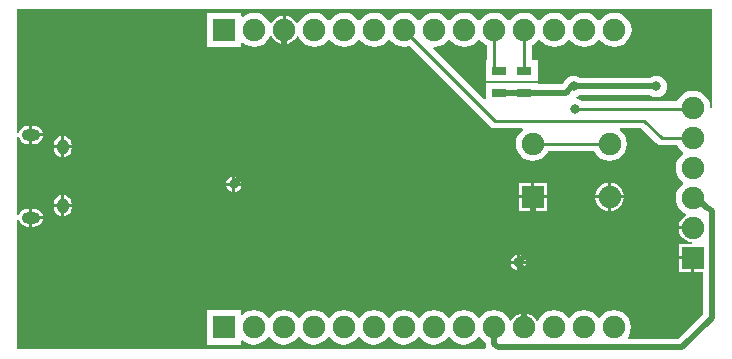
<source format=gbl>
G04*
G04 #@! TF.GenerationSoftware,Altium Limited,Altium Designer,20.0.2 (26)*
G04*
G04 Layer_Physical_Order=2*
G04 Layer_Color=16711680*
%FSLAX44Y44*%
%MOMM*%
G71*
G01*
G75*
%ADD24R,1.3000X0.7000*%
%ADD52C,0.2500*%
%ADD54C,0.5000*%
%ADD55R,1.9000X1.9000*%
%ADD56C,1.9000*%
%ADD57R,1.9000X1.9000*%
%ADD58O,1.0000X1.3000*%
%ADD59O,1.5500X1.0000*%
%ADD60C,0.8000*%
G36*
X593882Y209979D02*
X592612Y209896D01*
X592127Y213585D01*
X590666Y217113D01*
X588341Y220142D01*
X585312Y222466D01*
X581785Y223927D01*
X578000Y224425D01*
X574215Y223927D01*
X570687Y222466D01*
X567659Y220142D01*
X565334Y217113D01*
X564613Y215372D01*
X484454D01*
X484419Y215419D01*
X482539Y216861D01*
X480350Y217768D01*
X479157Y217925D01*
Y219206D01*
X479350Y219232D01*
X481539Y220138D01*
X481926Y220435D01*
X542074D01*
X542461Y220138D01*
X544650Y219232D01*
X547000Y218922D01*
X549350Y219232D01*
X551539Y220138D01*
X553419Y221581D01*
X554861Y223461D01*
X555768Y225651D01*
X556078Y228000D01*
X555768Y230350D01*
X554861Y232539D01*
X553419Y234419D01*
X551539Y235861D01*
X549350Y236768D01*
X547000Y237078D01*
X544650Y236768D01*
X542461Y235861D01*
X542074Y235565D01*
X481926D01*
X481539Y235861D01*
X479350Y236768D01*
X477000Y237078D01*
X474650Y236768D01*
X472461Y235861D01*
X470581Y234419D01*
X469139Y232539D01*
X468657Y231376D01*
X467346Y230065D01*
X446500D01*
Y231000D01*
X402500D01*
Y217771D01*
X401327Y217285D01*
X358367Y260245D01*
X358737Y260997D01*
X359029Y261379D01*
X362785Y261873D01*
X366313Y263334D01*
X369342Y265658D01*
X370900Y267689D01*
X372500D01*
X374058Y265658D01*
X377087Y263334D01*
X380615Y261873D01*
X384400Y261375D01*
X388185Y261873D01*
X391713Y263334D01*
X394742Y265658D01*
X396300Y267689D01*
X397900D01*
X399459Y265658D01*
X402487Y263334D01*
X403428Y262945D01*
Y250000D01*
X402500D01*
Y233000D01*
X446500D01*
Y250000D01*
X441572D01*
Y262945D01*
X442513Y263334D01*
X445541Y265658D01*
X447100Y267689D01*
X448700D01*
X450258Y265658D01*
X453287Y263334D01*
X456815Y261873D01*
X460600Y261375D01*
X464385Y261873D01*
X467913Y263334D01*
X470942Y265658D01*
X472500Y267689D01*
X474100D01*
X475658Y265658D01*
X478687Y263334D01*
X482215Y261873D01*
X486000Y261375D01*
X489785Y261873D01*
X493313Y263334D01*
X496342Y265658D01*
X497900Y267689D01*
X499500D01*
X501059Y265658D01*
X504087Y263334D01*
X507615Y261873D01*
X511400Y261375D01*
X515185Y261873D01*
X518713Y263334D01*
X521741Y265658D01*
X524066Y268687D01*
X525527Y272215D01*
X526025Y276000D01*
X525527Y279785D01*
X524066Y283312D01*
X521741Y286341D01*
X518713Y288666D01*
X515185Y290127D01*
X511400Y290625D01*
X507615Y290127D01*
X504087Y288666D01*
X501059Y286341D01*
X499500Y284311D01*
X497900D01*
X496342Y286341D01*
X493313Y288666D01*
X489785Y290127D01*
X486000Y290625D01*
X482215Y290127D01*
X478687Y288666D01*
X475658Y286341D01*
X474100Y284311D01*
X472500D01*
X470942Y286341D01*
X467913Y288666D01*
X464385Y290127D01*
X460600Y290625D01*
X456815Y290127D01*
X453287Y288666D01*
X450258Y286341D01*
X448700Y284311D01*
X447100D01*
X445541Y286341D01*
X442513Y288666D01*
X438985Y290127D01*
X435200Y290625D01*
X431415Y290127D01*
X427887Y288666D01*
X424859Y286341D01*
X423300Y284311D01*
X421700D01*
X420141Y286341D01*
X417113Y288666D01*
X413585Y290127D01*
X409800Y290625D01*
X406015Y290127D01*
X402487Y288666D01*
X399459Y286341D01*
X397900Y284311D01*
X396300D01*
X394742Y286341D01*
X391713Y288666D01*
X388185Y290127D01*
X384400Y290625D01*
X380615Y290127D01*
X377087Y288666D01*
X374058Y286341D01*
X372500Y284311D01*
X370900D01*
X369342Y286341D01*
X366313Y288666D01*
X362785Y290127D01*
X359000Y290625D01*
X355215Y290127D01*
X351687Y288666D01*
X348658Y286341D01*
X347100Y284311D01*
X345500D01*
X343941Y286341D01*
X340913Y288666D01*
X337385Y290127D01*
X333600Y290625D01*
X329815Y290127D01*
X326287Y288666D01*
X323259Y286341D01*
X321700Y284311D01*
X320100D01*
X318542Y286341D01*
X315513Y288666D01*
X311985Y290127D01*
X308200Y290625D01*
X304415Y290127D01*
X300887Y288666D01*
X297859Y286341D01*
X296300Y284311D01*
X294700D01*
X293141Y286341D01*
X290113Y288666D01*
X286585Y290127D01*
X282800Y290625D01*
X279015Y290127D01*
X275487Y288666D01*
X272458Y286341D01*
X270900Y284311D01*
X269300D01*
X267742Y286341D01*
X264713Y288666D01*
X261185Y290127D01*
X257400Y290625D01*
X253615Y290127D01*
X250087Y288666D01*
X247059Y286341D01*
X244734Y283312D01*
X244004Y281549D01*
X242734D01*
X242517Y282072D01*
X240587Y284587D01*
X238072Y286517D01*
X235143Y287730D01*
X233270Y287977D01*
Y276000D01*
Y264023D01*
X235143Y264270D01*
X238072Y265483D01*
X240587Y267413D01*
X242517Y269928D01*
X242734Y270451D01*
X244004D01*
X244734Y268687D01*
X247059Y265658D01*
X250087Y263334D01*
X253615Y261873D01*
X257400Y261375D01*
X261185Y261873D01*
X264713Y263334D01*
X267742Y265658D01*
X269300Y267689D01*
X270900D01*
X272458Y265658D01*
X275487Y263334D01*
X279015Y261873D01*
X282800Y261375D01*
X286585Y261873D01*
X290113Y263334D01*
X293141Y265658D01*
X294700Y267689D01*
X296300D01*
X297859Y265658D01*
X300887Y263334D01*
X304415Y261873D01*
X308200Y261375D01*
X311985Y261873D01*
X315513Y263334D01*
X318542Y265658D01*
X320100Y267689D01*
X321700D01*
X323259Y265658D01*
X326287Y263334D01*
X329815Y261873D01*
X333600Y261375D01*
X337385Y261873D01*
X338325Y262263D01*
X406094Y194494D01*
X408161Y193113D01*
X410600Y192628D01*
X433703D01*
X434134Y191358D01*
X432159Y189841D01*
X429834Y186813D01*
X428373Y183285D01*
X427875Y179500D01*
X428373Y175715D01*
X429834Y172187D01*
X432159Y169158D01*
X435187Y166834D01*
X438715Y165373D01*
X442500Y164875D01*
X446285Y165373D01*
X449813Y166834D01*
X452841Y169158D01*
X455166Y172187D01*
X455555Y173128D01*
X494445D01*
X494834Y172188D01*
X497159Y169158D01*
X500187Y166834D01*
X503715Y165373D01*
X507500Y164875D01*
X511285Y165373D01*
X514813Y166834D01*
X517841Y169158D01*
X520166Y172188D01*
X521627Y175715D01*
X522125Y179500D01*
X521627Y183285D01*
X520166Y186812D01*
X517841Y189841D01*
X515866Y191358D01*
X516297Y192628D01*
X534361D01*
X547094Y179894D01*
X549161Y178513D01*
X551600Y178028D01*
X564945D01*
X565334Y177087D01*
X567659Y174058D01*
X569689Y172500D01*
Y170900D01*
X567659Y169342D01*
X565334Y166313D01*
X563873Y162785D01*
X563375Y159000D01*
X563873Y155215D01*
X565334Y151687D01*
X567659Y148659D01*
X569689Y147100D01*
Y145500D01*
X567659Y143941D01*
X565334Y140913D01*
X563873Y137385D01*
X563375Y133600D01*
X563873Y129815D01*
X565334Y126287D01*
X567659Y123258D01*
X570687Y120934D01*
X572451Y120204D01*
Y118934D01*
X571928Y118717D01*
X569413Y116787D01*
X567483Y114272D01*
X566270Y111343D01*
X566023Y109470D01*
X578000D01*
Y106930D01*
X566023D01*
X566270Y105057D01*
X567483Y102128D01*
X569413Y99613D01*
X571928Y97683D01*
X574857Y96470D01*
X577591Y96110D01*
X577508Y94840D01*
X565960D01*
Y84070D01*
X578000D01*
Y82800D01*
X579270D01*
Y70760D01*
X586435D01*
Y35133D01*
X565867Y14565D01*
X523473D01*
X522911Y15704D01*
X523666Y16688D01*
X525127Y20215D01*
X525625Y24000D01*
X525127Y27785D01*
X523666Y31312D01*
X521342Y34341D01*
X518313Y36666D01*
X514785Y38127D01*
X511000Y38625D01*
X507215Y38127D01*
X503687Y36666D01*
X500658Y34341D01*
X499100Y32311D01*
X497500D01*
X495942Y34341D01*
X492913Y36666D01*
X489385Y38127D01*
X485600Y38625D01*
X481815Y38127D01*
X478287Y36666D01*
X475258Y34341D01*
X473700Y32311D01*
X472100D01*
X470541Y34341D01*
X467513Y36666D01*
X463985Y38127D01*
X460200Y38625D01*
X456415Y38127D01*
X452887Y36666D01*
X449859Y34341D01*
X447534Y31312D01*
X446804Y29549D01*
X445534D01*
X445317Y30072D01*
X443387Y32587D01*
X440872Y34517D01*
X437943Y35730D01*
X436070Y35977D01*
Y24000D01*
X433530D01*
Y35977D01*
X431657Y35730D01*
X428728Y34517D01*
X426213Y32587D01*
X424283Y30072D01*
X424066Y29549D01*
X422796D01*
X422066Y31312D01*
X419742Y34341D01*
X416713Y36666D01*
X413185Y38127D01*
X409400Y38625D01*
X405615Y38127D01*
X402087Y36666D01*
X399058Y34341D01*
X397500Y32311D01*
X395900D01*
X394342Y34341D01*
X391313Y36666D01*
X387785Y38127D01*
X384000Y38625D01*
X380215Y38127D01*
X376687Y36666D01*
X373658Y34341D01*
X372100Y32311D01*
X370500D01*
X368941Y34341D01*
X365913Y36666D01*
X362385Y38127D01*
X358600Y38625D01*
X354815Y38127D01*
X351287Y36666D01*
X348259Y34341D01*
X346700Y32311D01*
X345100D01*
X343541Y34341D01*
X340513Y36666D01*
X336985Y38127D01*
X333200Y38625D01*
X329415Y38127D01*
X325887Y36666D01*
X322859Y34341D01*
X321300Y32311D01*
X319700D01*
X318141Y34341D01*
X315113Y36666D01*
X311585Y38127D01*
X307800Y38625D01*
X304015Y38127D01*
X300487Y36666D01*
X297458Y34341D01*
X295900Y32311D01*
X294300D01*
X292742Y34341D01*
X289713Y36666D01*
X286185Y38127D01*
X282400Y38625D01*
X278615Y38127D01*
X275087Y36666D01*
X272059Y34341D01*
X270500Y32311D01*
X268900D01*
X267341Y34341D01*
X264313Y36666D01*
X260785Y38127D01*
X257000Y38625D01*
X253215Y38127D01*
X249687Y36666D01*
X246658Y34341D01*
X245100Y32311D01*
X243500D01*
X241942Y34341D01*
X238913Y36666D01*
X235385Y38127D01*
X231600Y38625D01*
X227815Y38127D01*
X224287Y36666D01*
X221259Y34341D01*
X219700Y32311D01*
X218100D01*
X216542Y34341D01*
X213513Y36666D01*
X209985Y38127D01*
X206200Y38625D01*
X202415Y38127D01*
X198887Y36666D01*
X196570Y34887D01*
X195300Y35514D01*
Y38500D01*
X166300D01*
Y9500D01*
X195300D01*
Y12486D01*
X196570Y13112D01*
X198887Y11334D01*
X202415Y9873D01*
X206200Y9375D01*
X209985Y9873D01*
X213513Y11334D01*
X216542Y13658D01*
X218100Y15689D01*
X219700D01*
X221259Y13658D01*
X224287Y11334D01*
X227815Y9873D01*
X231600Y9375D01*
X235385Y9873D01*
X238913Y11334D01*
X241942Y13658D01*
X243500Y15689D01*
X245100D01*
X246658Y13658D01*
X249687Y11334D01*
X253215Y9873D01*
X257000Y9375D01*
X260785Y9873D01*
X264313Y11334D01*
X267341Y13658D01*
X268900Y15689D01*
X270500D01*
X272059Y13658D01*
X275087Y11334D01*
X278615Y9873D01*
X282400Y9375D01*
X286185Y9873D01*
X289713Y11334D01*
X292742Y13658D01*
X294300Y15689D01*
X295900D01*
X297458Y13658D01*
X300487Y11334D01*
X304015Y9873D01*
X307800Y9375D01*
X311585Y9873D01*
X315113Y11334D01*
X318141Y13658D01*
X319700Y15689D01*
X321300D01*
X322859Y13658D01*
X325887Y11334D01*
X329415Y9873D01*
X333200Y9375D01*
X336985Y9873D01*
X340513Y11334D01*
X343541Y13658D01*
X345100Y15689D01*
X346700D01*
X348259Y13658D01*
X351287Y11334D01*
X354815Y9873D01*
X358600Y9375D01*
X362385Y9873D01*
X365913Y11334D01*
X368941Y13658D01*
X370500Y15689D01*
X372100D01*
X373658Y13658D01*
X376687Y11334D01*
X380215Y9873D01*
X384000Y9375D01*
X387785Y9873D01*
X391313Y11334D01*
X394342Y13658D01*
X395900Y15689D01*
X397500D01*
X399058Y13658D01*
X402087Y11334D01*
X402435Y11190D01*
Y10000D01*
X402693Y8042D01*
X402964Y7388D01*
X402116Y6118D01*
X6118D01*
Y115074D01*
X7387Y115157D01*
X7404Y115032D01*
X8164Y113197D01*
X9372Y111622D01*
X10948Y110414D01*
X12782Y109654D01*
X14750Y109395D01*
X16230D01*
Y117000D01*
Y124605D01*
X14750D01*
X12782Y124346D01*
X10948Y123586D01*
X9372Y122378D01*
X8164Y120802D01*
X7404Y118968D01*
X7387Y118843D01*
X6118Y118926D01*
Y185074D01*
X7387Y185157D01*
X7404Y185032D01*
X8164Y183197D01*
X9372Y181622D01*
X10948Y180414D01*
X12782Y179654D01*
X14750Y179395D01*
X16230D01*
Y187000D01*
Y194605D01*
X14750D01*
X12782Y194346D01*
X10948Y193586D01*
X9372Y192378D01*
X8164Y190802D01*
X7404Y188968D01*
X7387Y188843D01*
X6118Y188926D01*
Y293883D01*
X593882D01*
Y209979D01*
D02*
G37*
%LPC*%
G36*
X206600Y290625D02*
X202815Y290127D01*
X199287Y288666D01*
X196970Y286887D01*
X195700Y287514D01*
Y290500D01*
X166700D01*
Y261500D01*
X195700D01*
Y264486D01*
X196970Y265113D01*
X199287Y263334D01*
X202815Y261873D01*
X206600Y261375D01*
X210385Y261873D01*
X213913Y263334D01*
X216942Y265658D01*
X219266Y268687D01*
X219996Y270451D01*
X221266D01*
X221483Y269928D01*
X223413Y267413D01*
X225928Y265483D01*
X228857Y264270D01*
X230730Y264023D01*
Y276000D01*
Y287977D01*
X228857Y287730D01*
X225928Y286517D01*
X223413Y284587D01*
X221483Y282072D01*
X221266Y281549D01*
X219996D01*
X219266Y283312D01*
X216942Y286341D01*
X213913Y288666D01*
X210385Y290127D01*
X206600Y290625D01*
D02*
G37*
G36*
X20250Y194605D02*
X18770D01*
Y188270D01*
X27688D01*
X27596Y188968D01*
X26836Y190802D01*
X25628Y192378D01*
X24053Y193586D01*
X22218Y194346D01*
X20250Y194605D01*
D02*
G37*
G36*
X27688Y185730D02*
X18770D01*
Y179395D01*
X20250D01*
X22218Y179654D01*
X24053Y180414D01*
X25628Y181622D01*
X26836Y183197D01*
X27596Y185032D01*
X27688Y185730D01*
D02*
G37*
G36*
X45770Y185938D02*
Y178270D01*
X52105D01*
Y178500D01*
X51846Y180468D01*
X51086Y182302D01*
X49878Y183878D01*
X48302Y185086D01*
X46468Y185846D01*
X45770Y185938D01*
D02*
G37*
G36*
X43230D02*
X42532Y185846D01*
X40697Y185086D01*
X39122Y183878D01*
X37914Y182302D01*
X37154Y180468D01*
X36895Y178500D01*
Y178270D01*
X43230D01*
Y185938D01*
D02*
G37*
G36*
X52105Y175730D02*
X45770D01*
Y168062D01*
X46468Y168154D01*
X48302Y168914D01*
X49878Y170122D01*
X51086Y171697D01*
X51846Y173532D01*
X52105Y175500D01*
Y175730D01*
D02*
G37*
G36*
X43230D02*
X36895D01*
Y175500D01*
X37154Y173532D01*
X37914Y171697D01*
X39122Y170122D01*
X40697Y168914D01*
X42532Y168154D01*
X43230Y168062D01*
Y175730D01*
D02*
G37*
G36*
X190545Y151679D02*
Y146520D01*
X195704D01*
X195646Y146957D01*
X194988Y148548D01*
X193939Y149914D01*
X192573Y150963D01*
X190982Y151622D01*
X190545Y151679D01*
D02*
G37*
G36*
X188005D02*
X187568Y151622D01*
X185977Y150963D01*
X184611Y149914D01*
X183562Y148548D01*
X182903Y146957D01*
X182846Y146520D01*
X188005D01*
Y151679D01*
D02*
G37*
G36*
X195704Y143980D02*
X190545D01*
Y138821D01*
X190982Y138878D01*
X192573Y139537D01*
X193939Y140586D01*
X194988Y141952D01*
X195646Y143543D01*
X195704Y143980D01*
D02*
G37*
G36*
X188005D02*
X182846D01*
X182903Y143543D01*
X183562Y141952D01*
X184611Y140586D01*
X185977Y139537D01*
X187568Y138878D01*
X188005Y138821D01*
Y143980D01*
D02*
G37*
G36*
X454540Y146540D02*
X443770D01*
Y135770D01*
X454540D01*
Y146540D01*
D02*
G37*
G36*
X441230D02*
X430460D01*
Y135770D01*
X441230D01*
Y146540D01*
D02*
G37*
G36*
X508770Y146477D02*
Y135770D01*
X519477D01*
X519230Y137643D01*
X518017Y140572D01*
X516087Y143087D01*
X513572Y145017D01*
X510643Y146230D01*
X508770Y146477D01*
D02*
G37*
G36*
X506230Y146477D02*
X504357Y146230D01*
X501428Y145017D01*
X498913Y143087D01*
X496983Y140572D01*
X495770Y137643D01*
X495523Y135770D01*
X506230D01*
Y146477D01*
D02*
G37*
G36*
X45770Y135938D02*
Y128270D01*
X52105D01*
Y128500D01*
X51846Y130468D01*
X51086Y132303D01*
X49878Y133878D01*
X48302Y135086D01*
X46468Y135846D01*
X45770Y135938D01*
D02*
G37*
G36*
X43230Y135938D02*
X42532Y135846D01*
X40697Y135086D01*
X39122Y133878D01*
X37914Y132303D01*
X37154Y130468D01*
X36895Y128500D01*
Y128270D01*
X43230D01*
Y135938D01*
D02*
G37*
G36*
X506230Y133230D02*
X495523D01*
X495770Y131357D01*
X496983Y128428D01*
X498913Y125913D01*
X501428Y123983D01*
X504357Y122770D01*
X506230Y122523D01*
Y133230D01*
D02*
G37*
G36*
X519477D02*
X508770D01*
Y122523D01*
X510643Y122770D01*
X513572Y123983D01*
X516087Y125913D01*
X518017Y128428D01*
X519230Y131357D01*
X519477Y133230D01*
D02*
G37*
G36*
X454540Y133230D02*
X443770D01*
Y122460D01*
X454540D01*
Y133230D01*
D02*
G37*
G36*
X441230D02*
X430460D01*
Y122460D01*
X441230D01*
Y133230D01*
D02*
G37*
G36*
X20250Y124605D02*
X18770D01*
Y118270D01*
X27688D01*
X27596Y118968D01*
X26836Y120802D01*
X25628Y122378D01*
X24053Y123586D01*
X22218Y124346D01*
X20250Y124605D01*
D02*
G37*
G36*
X43230Y125730D02*
X36895D01*
Y125500D01*
X37154Y123532D01*
X37914Y121698D01*
X39122Y120122D01*
X40697Y118914D01*
X42532Y118154D01*
X43230Y118062D01*
Y125730D01*
D02*
G37*
G36*
X52105D02*
X45770D01*
Y118062D01*
X46468Y118154D01*
X48302Y118914D01*
X49878Y120122D01*
X51086Y121698D01*
X51846Y123532D01*
X52105Y125500D01*
Y125730D01*
D02*
G37*
G36*
X27688Y115730D02*
X18770D01*
Y109395D01*
X20250D01*
X22218Y109654D01*
X24053Y110414D01*
X25628Y111622D01*
X26836Y113197D01*
X27596Y115032D01*
X27688Y115730D01*
D02*
G37*
G36*
X431270Y85429D02*
Y80270D01*
X436429D01*
X436372Y80707D01*
X435713Y82298D01*
X434664Y83664D01*
X433298Y84713D01*
X431707Y85372D01*
X431270Y85429D01*
D02*
G37*
G36*
X428730D02*
X428293Y85372D01*
X426702Y84713D01*
X425336Y83664D01*
X424287Y82298D01*
X423628Y80707D01*
X423571Y80270D01*
X428730D01*
Y85429D01*
D02*
G37*
G36*
X436429Y77730D02*
X431270D01*
Y72571D01*
X431707Y72628D01*
X433298Y73287D01*
X434664Y74336D01*
X435713Y75702D01*
X436372Y77293D01*
X436429Y77730D01*
D02*
G37*
G36*
X428730D02*
X423571D01*
X423628Y77293D01*
X424287Y75702D01*
X425336Y74336D01*
X426702Y73287D01*
X428293Y72628D01*
X428730Y72571D01*
Y77730D01*
D02*
G37*
G36*
X576730Y81530D02*
X565960D01*
Y70760D01*
X576730D01*
Y81530D01*
D02*
G37*
%LPD*%
D24*
X414000Y241500D02*
D03*
Y222500D02*
D03*
X435000Y241500D02*
D03*
Y222500D02*
D03*
D52*
X410600Y199000D02*
X537000D01*
X333600Y276000D02*
X410600Y199000D01*
X442500Y179500D02*
X507500D01*
X435000Y241500D02*
X435200Y241700D01*
Y276000D01*
X409800Y243750D02*
Y276000D01*
Y243750D02*
X412050Y241500D01*
X414000D01*
X577200Y209000D02*
X578000Y209800D01*
X478000Y209000D02*
X577200D01*
X551600Y184400D02*
X578000D01*
X537000Y199000D02*
X551600Y184400D01*
D54*
X209000Y164975D02*
Y220000D01*
X189275Y145250D02*
X209000Y164975D01*
X232000Y243000D02*
Y276000D01*
X209000Y220000D02*
X232000Y243000D01*
X578000Y133600D02*
X581259D01*
X589529Y125330D01*
X591000D01*
X594000Y122330D01*
X569000Y7000D02*
X594000Y32000D01*
Y122330D01*
X413000Y7000D02*
X569000D01*
X409400Y24000D02*
X410000Y23400D01*
Y10000D02*
Y23400D01*
Y10000D02*
X413000Y7000D01*
X442500Y91500D02*
Y134500D01*
X430000Y79000D02*
X442500Y91500D01*
X434800Y24000D02*
Y72840D01*
X430000Y77640D02*
X434800Y72840D01*
X430000Y77640D02*
Y79000D01*
X414000Y222500D02*
X435000D01*
X470479D01*
X475979Y228000D01*
X477000D01*
X547000D01*
D55*
X181200Y276000D02*
D03*
X442500Y134500D02*
D03*
X180800Y24000D02*
D03*
D56*
X206600Y276000D02*
D03*
X232000D02*
D03*
X257400D02*
D03*
X282800D02*
D03*
X308200D02*
D03*
X333600D02*
D03*
X359000D02*
D03*
X384400D02*
D03*
X409800D02*
D03*
X435200D02*
D03*
X460600D02*
D03*
X486000D02*
D03*
X511400D02*
D03*
X578000Y209800D02*
D03*
Y184400D02*
D03*
Y159000D02*
D03*
Y133600D02*
D03*
Y108200D02*
D03*
X507500Y134500D02*
D03*
X442500Y179500D02*
D03*
X507500D02*
D03*
X511000Y24000D02*
D03*
X485600D02*
D03*
X460200D02*
D03*
X434800D02*
D03*
X409400D02*
D03*
X384000D02*
D03*
X358600D02*
D03*
X333200D02*
D03*
X307800D02*
D03*
X282400D02*
D03*
X257000D02*
D03*
X231600D02*
D03*
X206200D02*
D03*
D57*
X578000Y82800D02*
D03*
D58*
X44500Y177000D02*
D03*
Y127000D02*
D03*
D59*
X17500Y187000D02*
D03*
Y117000D02*
D03*
D60*
X189275Y145250D02*
D03*
X430000Y79000D02*
D03*
X547000Y228000D02*
D03*
X477000D02*
D03*
X478000Y209000D02*
D03*
M02*

</source>
